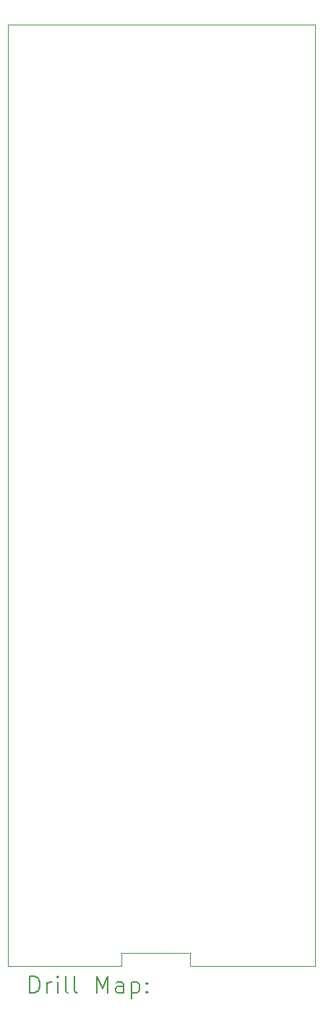
<source format=gbr>
%TF.GenerationSoftware,KiCad,Pcbnew,9.0.1*%
%TF.CreationDate,2025-06-05T21:35:17+02:00*%
%TF.ProjectId,storm_distance_meter,73746f72-6d5f-4646-9973-74616e63655f,1*%
%TF.SameCoordinates,Original*%
%TF.FileFunction,Drillmap*%
%TF.FilePolarity,Positive*%
%FSLAX45Y45*%
G04 Gerber Fmt 4.5, Leading zero omitted, Abs format (unit mm)*
G04 Created by KiCad (PCBNEW 9.0.1) date 2025-06-05 21:35:17*
%MOMM*%
%LPD*%
G01*
G04 APERTURE LIST*
%ADD10C,0.050000*%
%ADD11C,0.200000*%
G04 APERTURE END LIST*
D10*
X16470000Y-3100000D02*
X12870000Y-3100000D01*
X15000000Y-13950000D02*
X15000000Y-14100000D01*
X14200000Y-14100000D02*
X14200000Y-13950000D01*
X12870000Y-14100000D02*
X14200000Y-14100000D01*
X14200000Y-13950000D02*
X15000000Y-13950000D01*
X15000000Y-14100000D02*
X16470000Y-14100000D01*
X16470000Y-14100000D02*
X16470000Y-3100000D01*
X12870000Y-3100000D02*
X12870000Y-14100000D01*
D11*
X13128277Y-14413984D02*
X13128277Y-14213984D01*
X13128277Y-14213984D02*
X13175896Y-14213984D01*
X13175896Y-14213984D02*
X13204467Y-14223508D01*
X13204467Y-14223508D02*
X13223515Y-14242555D01*
X13223515Y-14242555D02*
X13233039Y-14261603D01*
X13233039Y-14261603D02*
X13242562Y-14299698D01*
X13242562Y-14299698D02*
X13242562Y-14328269D01*
X13242562Y-14328269D02*
X13233039Y-14366365D01*
X13233039Y-14366365D02*
X13223515Y-14385412D01*
X13223515Y-14385412D02*
X13204467Y-14404460D01*
X13204467Y-14404460D02*
X13175896Y-14413984D01*
X13175896Y-14413984D02*
X13128277Y-14413984D01*
X13328277Y-14413984D02*
X13328277Y-14280650D01*
X13328277Y-14318746D02*
X13337801Y-14299698D01*
X13337801Y-14299698D02*
X13347324Y-14290174D01*
X13347324Y-14290174D02*
X13366372Y-14280650D01*
X13366372Y-14280650D02*
X13385420Y-14280650D01*
X13452086Y-14413984D02*
X13452086Y-14280650D01*
X13452086Y-14213984D02*
X13442562Y-14223508D01*
X13442562Y-14223508D02*
X13452086Y-14233031D01*
X13452086Y-14233031D02*
X13461610Y-14223508D01*
X13461610Y-14223508D02*
X13452086Y-14213984D01*
X13452086Y-14213984D02*
X13452086Y-14233031D01*
X13575896Y-14413984D02*
X13556848Y-14404460D01*
X13556848Y-14404460D02*
X13547324Y-14385412D01*
X13547324Y-14385412D02*
X13547324Y-14213984D01*
X13680658Y-14413984D02*
X13661610Y-14404460D01*
X13661610Y-14404460D02*
X13652086Y-14385412D01*
X13652086Y-14385412D02*
X13652086Y-14213984D01*
X13909229Y-14413984D02*
X13909229Y-14213984D01*
X13909229Y-14213984D02*
X13975896Y-14356841D01*
X13975896Y-14356841D02*
X14042562Y-14213984D01*
X14042562Y-14213984D02*
X14042562Y-14413984D01*
X14223515Y-14413984D02*
X14223515Y-14309222D01*
X14223515Y-14309222D02*
X14213991Y-14290174D01*
X14213991Y-14290174D02*
X14194943Y-14280650D01*
X14194943Y-14280650D02*
X14156848Y-14280650D01*
X14156848Y-14280650D02*
X14137801Y-14290174D01*
X14223515Y-14404460D02*
X14204467Y-14413984D01*
X14204467Y-14413984D02*
X14156848Y-14413984D01*
X14156848Y-14413984D02*
X14137801Y-14404460D01*
X14137801Y-14404460D02*
X14128277Y-14385412D01*
X14128277Y-14385412D02*
X14128277Y-14366365D01*
X14128277Y-14366365D02*
X14137801Y-14347317D01*
X14137801Y-14347317D02*
X14156848Y-14337793D01*
X14156848Y-14337793D02*
X14204467Y-14337793D01*
X14204467Y-14337793D02*
X14223515Y-14328269D01*
X14318753Y-14280650D02*
X14318753Y-14480650D01*
X14318753Y-14290174D02*
X14337801Y-14280650D01*
X14337801Y-14280650D02*
X14375896Y-14280650D01*
X14375896Y-14280650D02*
X14394943Y-14290174D01*
X14394943Y-14290174D02*
X14404467Y-14299698D01*
X14404467Y-14299698D02*
X14413991Y-14318746D01*
X14413991Y-14318746D02*
X14413991Y-14375888D01*
X14413991Y-14375888D02*
X14404467Y-14394936D01*
X14404467Y-14394936D02*
X14394943Y-14404460D01*
X14394943Y-14404460D02*
X14375896Y-14413984D01*
X14375896Y-14413984D02*
X14337801Y-14413984D01*
X14337801Y-14413984D02*
X14318753Y-14404460D01*
X14499705Y-14394936D02*
X14509229Y-14404460D01*
X14509229Y-14404460D02*
X14499705Y-14413984D01*
X14499705Y-14413984D02*
X14490182Y-14404460D01*
X14490182Y-14404460D02*
X14499705Y-14394936D01*
X14499705Y-14394936D02*
X14499705Y-14413984D01*
X14499705Y-14290174D02*
X14509229Y-14299698D01*
X14509229Y-14299698D02*
X14499705Y-14309222D01*
X14499705Y-14309222D02*
X14490182Y-14299698D01*
X14490182Y-14299698D02*
X14499705Y-14290174D01*
X14499705Y-14290174D02*
X14499705Y-14309222D01*
M02*

</source>
